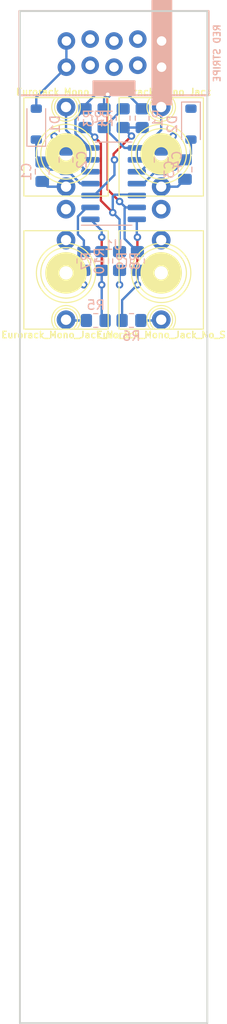
<source format=kicad_pcb>
(kicad_pcb (version 20221018) (generator pcbnew)
  (layers (0 "F.Cu" signal) (1 "In1.Cu" signal) (2 "In2.Cu" signal) (31 "B.Cu" signal) (34 "B.Paste" user) (35 "F.Paste" user) (36 "B.SilkS" user "B.Silkscreen") (37 "F.SilkS" user "F.Silkscreen") (38 "B.Mask" user) (39 "F.Mask" user) (44 "Edge.Cuts" user))
  (net 0 "")
  (net 1 "VCC")
  (net 2 "GND")
  (net 3 "VEE")
  (net 4 "Net-(D1-A)")
  (net 5 "Net-(D2-K)")
  (net 6 "Net-(J2-Tip)")
  (net 7 "Net-(J3-Tip)")
  (net 8 "Net-(J4-Tip)")
  (net 10 "Net-(J5-Tip)")
  (net 12 "Net-(U1A-+)")
  (net 13 "Net-(U1B--)")
  (net 14 "Net-(U1C--)")
  (net 15 "Net-(U1D--)")
  (net 16 "Net-(U1D-+)")
  (net 17 "Net-(R5-Pad1)")
  (net 18 "Net-(R6-Pad1)")
  (net 19 "Net-(U1A--)")
  (footprint "winterbloom:AudioJack_WQP518MA_No_S" (layer "F.Cu") (at 30.48 53.34 180)
    (fp_text reference "J5" hide)
    (fp_text value "Eurorack_Mono_Jack_No_S" (at 0.01 -6.61) (layer "F.SilkS") (effects (font (size 0.7 0.7))))
    (fp_line (start -4.5 -6) (end 4.5 -6) (stroke (width 0.12)) (layer "F.SilkS"))
    (fp_line (start -4.5 4.5) (end -4.5 -6) (stroke (width 0.12)) (layer "F.SilkS"))
    (fp_line (start 4.5 -6) (end 4.5 4.5) (stroke (width 0.12)) (layer "F.SilkS"))
    (fp_line (start 4.5 4.5) (end -4.5 4.5) (stroke (width 0.12)) (layer "F.SilkS"))
    (fp_arc (start 0.699999 -5.999999) (mid 0 -3.779346) (end -0.699999 -5.999999) (stroke (width 0.12)) (layer "F.SilkS"))
    (fp_arc (start 1.149999 -5.999999) (mid 0 -3.476026) (end -1.149999 -5.999999) (stroke (width 0.12)) (layer "F.SilkS"))
    (fp_circle (center 0 0) (end 0.715017 0) (stroke (width 1.5)) (fill none) (layer "F.SilkS"))
    (fp_circle (center 0 0) (end 2.69072 0) (stroke (width 0.127)) (fill none) (layer "F.SilkS"))
    (fp_circle (center 0 0) (end 3.16228 0) (stroke (width 0.127)) (fill none) (layer "F.SilkS"))
    (pad "T" thru_hole circle (at 0 -5 180) (size 2 2) (drill 1.1) (layers "*.Cu" "*.Mask") (net 10 "Net-(J5-Tip)"))
    (pad "TN" thru_hole circle (at 0 3.5 180) (size 2 2) (drill 1.1) (layers "*.Cu" "*.Mask"))
  )
  (footprint "winterbloom:AudioJack_WQP518MA_Compact_S" (layer "F.Cu") (at 30.48 40.64)
    (fp_text reference "J3" hide)
    (fp_text value "Eurorack_Mono_Jack" (at 0.01 -6.61 180) (layer "F.SilkS") (effects (font (size 0.7 0.7))))
    (fp_line (start -4.5 -6) (end 4.5 -6) (stroke (width 0.12)) (layer "F.SilkS"))
    (fp_line (start -4.5 4.5) (end -4.5 -6) (stroke (width 0.12)) (layer "F.SilkS"))
    (fp_line (start 4.5 -6) (end 4.5 4.5) (stroke (width 0.12)) (layer "F.SilkS"))
    (fp_line (start 4.5 4.5) (end -4.5 4.5) (stroke (width 0.12)) (layer "F.SilkS"))
    (fp_arc (start 0.699999 -5.999999) (mid 0 -3.779346) (end -0.699999 -5.999999) (stroke (width 0.12)) (layer "F.SilkS"))
    (fp_arc (start 1.149999 -5.999999) (mid 0 -3.476026) (end -1.149999 -5.999999) (stroke (width 0.12)) (layer "F.SilkS"))
    (fp_circle (center 0 0) (end 0.715017 0) (stroke (width 1.5)) (fill none) (layer "F.SilkS"))
    (fp_circle (center 0 0) (end 2.69072 0) (stroke (width 0.127)) (fill none) (layer "F.SilkS"))
    (fp_circle (center 0 0) (end 3.16228 0) (stroke (width 0.127)) (fill none) (layer "F.SilkS"))
    (pad "S" thru_hole circle (at 0 5.9) (size 2 2) (drill 1.1) (layers "*.Cu" "*.Mask") (net 2 "GND"))
    (pad "T" thru_hole circle (at 0 -5) (size 2 2) (drill 1.1) (layers "*.Cu" "*.Mask") (net 7 "Net-(J3-Tip)"))
    (pad "TN" thru_hole circle (at 0 3.5) (size 2 2) (drill 1.1) (layers "*.Cu" "*.Mask") (net 2 "GND"))
  )
  (footprint "winterbloom:AudioJack_WQP518MA_Compact_S" (layer "F.Cu") (at 20.32 40.64)
    (fp_text reference "J2" hide)
    (fp_text value "Eurorack_Mono_Jack" (at 0.01 -6.61 180) (layer "F.SilkS") (effects (font (size 0.7 0.7))))
    (fp_line (start -4.5 -6) (end 4.5 -6) (stroke (width 0.12)) (layer "F.SilkS"))
    (fp_line (start -4.5 4.5) (end -4.5 -6) (stroke (width 0.12)) (layer "F.SilkS"))
    (fp_line (start 4.5 -6) (end 4.5 4.5) (stroke (width 0.12)) (layer "F.SilkS"))
    (fp_line (start 4.5 4.5) (end -4.5 4.5) (stroke (width 0.12)) (layer "F.SilkS"))
    (fp_arc (start 0.699999 -5.999999) (mid 0 -3.779346) (end -0.699999 -5.999999) (stroke (width 0.12)) (layer "F.SilkS"))
    (fp_arc (start 1.149999 -5.999999) (mid 0 -3.476026) (end -1.149999 -5.999999) (stroke (width 0.12)) (layer "F.SilkS"))
    (fp_circle (center 0 0) (end 0.715017 0) (stroke (width 1.5)) (fill none) (layer "F.SilkS"))
    (fp_circle (center 0 0) (end 2.69072 0) (stroke (width 0.127)) (fill none) (layer "F.SilkS"))
    (fp_circle (center 0 0) (end 3.16228 0) (stroke (width 0.127)) (fill none) (layer "F.SilkS"))
    (pad "S" thru_hole circle (at 0 5.9) (size 2 2) (drill 1.1) (layers "*.Cu" "*.Mask") (net 2 "GND"))
    (pad "T" thru_hole circle (at 0 -5) (size 2 2) (drill 1.1) (layers "*.Cu" "*.Mask") (net 6 "Net-(J2-Tip)"))
    (pad "TN" thru_hole circle (at 0 3.5) (size 2 2) (drill 1.1) (layers "*.Cu" "*.Mask") (net 2 "GND"))
  )
  (footprint "winterbloom:AudioJack_WQP518MA_No_S" (layer "F.Cu") (at 20.32 53.34 180)
    (fp_text reference "J4" hide)
    (fp_text value "Eurorack_Mono_Jack_No_S" (at 0.01 -6.61) (layer "F.SilkS") (effects (font (size 0.7 0.7))))
    (fp_line (start -4.5 -6) (end 4.5 -6) (stroke (width 0.12)) (layer "F.SilkS"))
    (fp_line (start -4.5 4.5) (end -4.5 -6) (stroke (width 0.12)) (layer "F.SilkS"))
    (fp_line (start 4.5 -6) (end 4.5 4.5) (stroke (width 0.12)) (layer "F.SilkS"))
    (fp_line (start 4.5 4.5) (end -4.5 4.5) (stroke (width 0.12)) (layer "F.SilkS"))
    (fp_arc (start 0.699999 -5.999999) (mid 0 -3.779346) (end -0.699999 -5.999999) (stroke (width 0.12)) (layer "F.SilkS"))
    (fp_arc (start 1.149999 -5.999999) (mid 0 -3.476026) (end -1.149999 -5.999999) (stroke (width 0.12)) (layer "F.SilkS"))
    (fp_circle (center 0 0) (end 0.715017 0) (stroke (width 1.5)) (fill none) (layer "F.SilkS"))
    (fp_circle (center 0 0) (end 2.69072 0) (stroke (width 0.127)) (fill none) (layer "F.SilkS"))
    (fp_circle (center 0 0) (end 3.16228 0) (stroke (width 0.127)) (fill none) (layer "F.SilkS"))
    (pad "T" thru_hole circle (at 0 -5 180) (size 2 2) (drill 1.1) (layers "*.Cu" "*.Mask") (net 8 "Net-(J4-Tip)"))
    (pad "TN" thru_hole circle (at 0 3.5 180) (size 2 2) (drill 1.1) (layers "*.Cu" "*.Mask"))
  )
  (footprint "Diode_SMD:D_SOD-123" (layer "B.Cu") (at 33.655 37.465 -90)
    (fp_text reference "D2" (at 0 2 90) (layer "B.SilkS") (effects (justify mirror)))
    (fp_text value "D_Schottky")
    (fp_line (start -2.36 -1) (end 1.65 -1) (stroke (width 0.12)) (layer "B.SilkS"))
    (fp_line (start -2.36 1) (end -2.36 -1) (stroke (width 0.12)) (layer "B.SilkS"))
    (fp_line (start -2.36 1) (end 1.65 1) (stroke (width 0.12)) (layer "B.SilkS"))
    (pad "1" smd roundrect (at -1.65 0 270) (size 0.9 1.2) (layers "B.Cu" "B.Paste" "B.Mask") (net 5 "Net-(D2-K)"))
    (pad "2" smd roundrect (at 1.65 0 270) (size 0.9 1.2) (layers "B.Cu" "B.Paste" "B.Mask") (net 3 "VEE"))
  )
  (footprint "Resistor_SMD:R_0805_2012Metric_Pad1.20x1.40mm_HandSolder" (layer "B.Cu") (at 26.416 36.83 -90)
    (fp_text reference "R2" (at 0 1.65 90) (layer "B.SilkS") (effects (justify mirror)))
    (fp_text value "10k")
    (fp_line (start -0.227064 -0.735) (end 0.227064 -0.735) (stroke (width 0.12)) (layer "B.SilkS"))
    (fp_line (start -0.227064 0.735) (end 0.227064 0.735) (stroke (width 0.12)) (layer "B.SilkS"))
    (pad "1" smd roundrect (at -1 0 270) (size 1.2 1.4) (layers "B.Cu" "B.Paste" "B.Mask") (roundrect_rratio 0.208333) (net 14 "Net-(U1C--)"))
    (pad "2" smd roundrect (at 1 0 270) (size 1.2 1.4) (layers "B.Cu" "B.Paste" "B.Mask") (roundrect_rratio 0.208333) (net 12 "Net-(U1A-+)"))
  )
  (footprint "Capacitor_SMD:C_0805_2012Metric_Pad1.18x1.45mm_HandSolder" (layer "B.Cu") (at 33.02 42.3125 -90)
    (fp_text reference "C3" (at 0 1.68 90) (layer "B.SilkS") (effects (justify mirror)))
    (fp_text value "10uF")
    (fp_line (start -0.261252 -0.735) (end 0.261252 -0.735) (stroke (width 0.12)) (layer "B.SilkS"))
    (fp_line (start -0.261252 0.735) (end 0.261252 0.735) (stroke (width 0.12)) (layer "B.SilkS"))
    (pad "1" smd roundrect (at -1.0375 0 270) (size 1.175 1.45) (layers "B.Cu" "B.Paste" "B.Mask") (roundrect_rratio 0.212766) (net 3 "VEE"))
    (pad "2" smd roundrect (at 1.0375 0 270) (size 1.175 1.45) (layers "B.Cu" "B.Paste" "B.Mask") (roundrect_rratio 0.212766) (net 2 "GND"))
  )
  (footprint "Package_SO:SOIC-14_3.9x8.7mm_P1.27mm" (layer "B.Cu") (at 25.4 43.815)
    (fp_text reference "U1" (at 0 6.55) (layer "B.SilkS") (effects (justify mirror)))
    (fp_text value "OPA4991")
    (fp_line (start 0 -4.435) (end -1.95 -4.435) (stroke (width 0.12)) (layer "B.SilkS"))
    (fp_line (start 0 -4.435) (end 1.95 -4.435) (stroke (width 0.12)) (layer "B.SilkS"))
    (fp_line (start 0 4.435) (end -3.45 4.435) (stroke (width 0.12)) (layer "B.SilkS"))
    (fp_line (start 0 4.435) (end 1.95 4.435) (stroke (width 0.12)) (layer "B.SilkS"))
    (pad "1" smd roundrect (at -2.475 3.81) (size 1.95 0.6) (layers "B.Cu" "B.Paste" "B.Mask") (net 17 "Net-(R5-Pad1)"))
    (pad "2" smd roundrect (at -2.475 2.54) (size 1.95 0.6) (layers "B.Cu" "B.Paste" "B.Mask") (net 19 "Net-(U1A--)"))
    (pad "3" smd roundrect (at -2.475 1.27) (size 1.95 0.6) (layers "B.Cu" "B.Paste" "B.Mask") (net 12 "Net-(U1A-+)"))
    (pad "4" smd roundrect (at -2.475 0) (size 1.95 0.6) (layers "B.Cu" "B.Paste" "B.Mask") (net 1 "VCC"))
    (pad "5" smd roundrect (at -2.475 -1.27) (size 1.95 0.6) (layers "B.Cu" "B.Paste" "B.Mask") (net 6 "Net-(J2-Tip)"))
    (pad "6" smd roundrect (at -2.475 -2.54) (size 1.95 0.6) (layers "B.Cu" "B.Paste" "B.Mask") (net 13 "Net-(U1B--)"))
    (pad "7" smd roundrect (at -2.475 -3.81) (size 1.95 0.6) (layers "B.Cu" "B.Paste" "B.Mask") (net 13 "Net-(U1B--)"))
    (pad "8" smd roundrect (at 2.475 -3.81) (size 1.95 0.6) (layers "B.Cu" "B.Paste" "B.Mask") (net 14 "Net-(U1C--)"))
    (pad "9" smd roundrect (at 2.475 -2.54) (size 1.95 0.6) (layers "B.Cu" "B.Paste" "B.Mask") (net 14 "Net-(U1C--)"))
    (pad "10" smd roundrect (at 2.475 -1.27) (size 1.95 0.6) (layers "B.Cu" "B.Paste" "B.Mask") (net 7 "Net-(J3-Tip)"))
    (pad "11" smd roundrect (at 2.475 0) (size 1.95 0.6) (layers "B.Cu" "B.Paste" "B.Mask") (net 3 "VEE"))
    (pad "12" smd roundrect (at 2.475 1.27) (size 1.95 0.6) (layers "B.Cu" "B.Paste" "B.Mask") (net 16 "Net-(U1D-+)"))
    (pad "13" smd roundrect (at 2.475 2.54) (size 1.95 0.6) (layers "B.Cu" "B.Paste" "B.Mask") (net 15 "Net-(U1D--)"))
    (pad "14" smd roundrect (at 2.475 3.81) (size 1.95 0.6) (layers "B.Cu" "B.Paste" "B.Mask") (net 18 "Net-(R6-Pad1)"))
  )
  (footprint "Resistor_SMD:R_0805_2012Metric_Pad1.20x1.40mm_HandSolder" (layer "B.Cu") (at 24.384 36.83 -90)
    (fp_text reference "R3" (at 0 1.65 90) (layer "B.SilkS") (effects (justify mirror)))
    (fp_text value "10k")
    (fp_line (start -0.227064 -0.735) (end 0.227064 -0.735) (stroke (width 0.12)) (layer "B.SilkS"))
    (fp_line (start -0.227064 0.735) (end 0.227064 0.735) (stroke (width 0.12)) (layer "B.SilkS"))
    (pad "1" smd roundrect (at -1 0 270) (size 1.2 1.4) (layers "B.Cu" "B.Paste" "B.Mask") (roundrect_rratio 0.208333) (net 15 "Net-(U1D--)"))
    (pad "2" smd roundrect (at 1 0 270) (size 1.2 1.4) (layers "B.Cu" "B.Paste" "B.Mask") (roundrect_rratio 0.208333) (net 14 "Net-(U1C--)"))
  )
  (footprint "Resistor_SMD:R_0805_2012Metric_Pad1.20x1.40mm_HandSolder" (layer "B.Cu") (at 26.035 52.07 90)
    (fp_text reference "R8" (at 0 1.65 90) (layer "B.SilkS") (effects (justify mirror)))
    (fp_text value "10k")
    (fp_line (start -0.227064 -0.735) (end 0.227064 -0.735) (stroke (width 0.12)) (layer "B.SilkS"))
    (fp_line (start -0.227064 0.735) (end 0.227064 0.735) (stroke (width 0.12)) (layer "B.SilkS"))
    (pad "1" smd roundrect (at -1 0 90) (size 1.2 1.4) (layers "B.Cu" "B.Paste" "B.Mask") (roundrect_rratio 0.208333) (net 2 "GND"))
    (pad "2" smd roundrect (at 1 0 90) (size 1.2 1.4) (layers "B.Cu" "B.Paste" "B.Mask") (roundrect_rratio 0.208333) (net 16 "Net-(U1D-+)"))
  )
  (footprint "Capacitor_SMD:C_0805_2012Metric_Pad1.18x1.45mm_HandSolder" (layer "B.Cu") (at 30.48 41.275 90)
    (fp_text reference "C4" (at 0 1.68 90) (layer "B.SilkS") (effects (justify mirror)))
    (fp_text value "100nF")
    (fp_line (start -0.261252 -0.735) (end 0.261252 -0.735) (stroke (width 0.12)) (layer "B.SilkS"))
    (fp_line (start -0.261252 0.735) (end 0.261252 0.735) (stroke (width 0.12)) (layer "B.SilkS"))
    (pad "1" smd roundrect (at -1.0375 0 90) (size 1.175 1.45) (layers "B.Cu" "B.Paste" "B.Mask") (roundrect_rratio 0.212766) (net 3 "VEE"))
    (pad "2" smd roundrect (at 1.0375 0 90) (size 1.175 1.45) (layers "B.Cu" "B.Paste" "B.Mask") (roundrect_rratio 0.212766) (net 2 "GND"))
  )
  (footprint "Resistor_SMD:R_0805_2012Metric_Pad1.20x1.40mm_HandSolder" (layer "B.Cu") (at 24.13 52.07 -90)
    (fp_text reference "R7" (at 0 1.65 90) (layer "B.SilkS") (effects (justify mirror)))
    (fp_text value "10k")
    (fp_line (start -0.227064 -0.735) (end 0.227064 -0.735) (stroke (width 0.12)) (layer "B.SilkS"))
    (fp_line (start -0.227064 0.735) (end 0.227064 0.735) (stroke (width 0.12)) (layer "B.SilkS"))
    (pad "1" smd roundrect (at -1 0 270) (size 1.2 1.4) (layers "B.Cu" "B.Paste" "B.Mask") (roundrect_rratio 0.208333) (net 19 "Net-(U1A--)"))
    (pad "2" smd roundrect (at 1 0 270) (size 1.2 1.4) (layers "B.Cu" "B.Paste" "B.Mask") (roundrect_rratio 0.208333) (net 17 "Net-(R5-Pad1)"))
  )
  (footprint "Resistor_SMD:R_0805_2012Metric_Pad1.20x1.40mm_HandSolder" (layer "B.Cu") (at 22.352 36.83 90)
    (fp_text reference "R4" (at 0 1.65 90) (layer "B.SilkS") (effects (justify mirror)))
    (fp_text value "10k")
    (fp_line (start -0.227064 -0.735) (end 0.227064 -0.735) (stroke (width 0.12)) (layer "B.SilkS"))
    (fp_line (start -0.227064 0.735) (end 0.227064 0.735) (stroke (width 0.12)) (layer "B.SilkS"))
    (pad "1" smd roundrect (at -1 0 90) (size 1.2 1.4) (layers "B.Cu" "B.Paste" "B.Mask") (roundrect_rratio 0.208333) (net 16 "Net-(U1D-+)"))
    (pad "2" smd roundrect (at 1 0 90) (size 1.2 1.4) (layers "B.Cu" "B.Paste" "B.Mask") (roundrect_rratio 0.208333) (net 13 "Net-(U1B--)"))
  )
  (footprint "Capacitor_SMD:C_0805_2012Metric_Pad1.18x1.45mm_HandSolder" (layer "B.Cu") (at 17.78 42.545 -90)
    (fp_text reference "C1" (at 0 1.68 90) (layer "B.SilkS") (effects (justify mirror)))
    (fp_text value "10uF")
    (fp_line (start -0.261252 -0.735) (end 0.261252 -0.735) (stroke (width 0.12)) (layer "B.SilkS"))
    (fp_line (start -0.261252 0.735) (end 0.261252 0.735) (stroke (width 0.12)) (layer "B.SilkS"))
    (pad "1" smd roundrect (at -1.0375 0 270) (size 1.175 1.45) (layers "B.Cu" "B.Paste" "B.Mask") (roundrect_rratio 0.212766) (net 1 "VCC"))
    (pad "2" smd roundrect (at 1.0375 0 270) (size 1.175 1.45) (layers "B.Cu" "B.Paste" "B.Mask") (roundrect_rratio 0.212766) (net 2 "GND"))
  )
  (footprint "Resistor_SMD:R_0805_2012Metric_Pad1.20x1.40mm_HandSolder" (layer "B.Cu") (at 23.495 58.42 180)
    (fp_text reference "R5" (at 0 1.65) (layer "B.SilkS") (effects (justify mirror)))
    (fp_text value "51")
    (fp_line (start -0.227064 -0.735) (end 0.227064 -0.735) (stroke (width 0.12)) (layer "B.SilkS"))
    (fp_line (start -0.227064 0.735) (end 0.227064 0.735) (stroke (width 0.12)) (layer "B.SilkS"))
    (pad "1" smd roundrect (at -1 0 180) (size 1.2 1.4) (layers "B.Cu" "B.Paste" "B.Mask") (roundrect_rratio 0.208333) (net 17 "Net-(R5-Pad1)"))
    (pad "2" smd roundrect (at 1 0 180) (size 1.2 1.4) (layers "B.Cu" "B.Paste" "B.Mask") (roundrect_rratio 0.208333) (net 8 "Net-(J4-Tip)"))
  )
  (footprint "Resistor_SMD:R_0805_2012Metric_Pad1.20x1.40mm_HandSolder" (layer "B.Cu") (at 28.448 36.83 90)
    (fp_text reference "R1" (at 0 1.65 90) (layer "B.SilkS") (effects (justify mirror)))
    (fp_text value "10k")
    (fp_line (start -0.227064 -0.735) (end 0.227064 -0.735) (stroke (width 0.12)) (layer "B.SilkS"))
    (fp_line (start -0.227064 0.735) (end 0.227064 0.735) (stroke (width 0.12)) (layer "B.SilkS"))
    (pad "1" smd roundrect (at -1 0 90) (size 1.2 1.4) (layers "B.Cu" "B.Paste" "B.Mask") (roundrect_rratio 0.208333) (net 12 "Net-(U1A-+)"))
    (pad "2" smd roundrect (at 1 0 90) (size 1.2 1.4) (layers "B.Cu" "B.Paste" "B.Mask") (roundrect_rratio 0.208333) (net 13 "Net-(U1B--)"))
  )
  (footprint "Resistor_SMD:R_0805_2012Metric_Pad1.20x1.40mm_HandSolder" (layer "B.Cu") (at 27.94 52.07 -90)
    (fp_text reference "R9" (at 0 1.65 90) (layer "B.SilkS") (effects (justify mirror)))
    (fp_text value "10k")
    (fp_line (start -0.227064 -0.735) (end 0.227064 -0.735) (stroke (width 0.12)) (layer "B.SilkS"))
    (fp_line (start -0.227064 0.735) (end 0.227064 0.735) (stroke (width 0.12)) (layer "B.SilkS"))
    (pad "1" smd roundrect (at -1 0 270) (size 1.2 1.4) (layers "B.Cu" "B.Paste" "B.Mask") (roundrect_rratio 0.208333) (net 15 "Net-(U1D--)"))
    (pad "2" smd roundrect (at 1 0 270) (size 1.2 1.4) (layers "B.Cu" "B.Paste" "B.Mask") (roundrect_rratio 0.208333) (net 18 "Net-(R6-Pad1)"))
  )
  (footprint "Resistor_SMD:R_0805_2012Metric_Pad1.20x1.40mm_HandSolder" (layer "B.Cu") (at 22.225 52.07 90)
    (fp_text reference "R10" (at 0 1.65 90) (layer "B.SilkS") (effects (justify mirror)))
    (fp_text value "10k")
    (fp_line (start -0.227064 -0.735) (end 0.227064 -0.735) (stroke (width 0.12)) (layer "B.SilkS"))
    (fp_line (start -0.227064 0.735) (end 0.227064 0.735) (stroke (width 0.12)) (layer "B.SilkS"))
    (pad "1" smd roundrect (at -1 0 90) (size 1.2 1.4) (layers "B.Cu" "B.Paste" "B.Mask") (roundrect_rratio 0.208333) (net 2 "GND"))
    (pad "2" smd roundrect (at 1 0 90) (size 1.2 1.4) (layers "B.Cu" "B.Paste" "B.Mask") (roundrect_rratio 0.208333) (net 19 "Net-(U1A--)"))
  )
  (footprint "Capacitor_SMD:C_0805_2012Metric_Pad1.18x1.45mm_HandSolder" (layer "B.Cu") (at 20.32 41.275 90)
    (fp_text reference "C2" (at 0 1.68 90) (layer "B.SilkS") (effects (justify mirror)))
    (fp_text value "100nF")
    (fp_line (start -0.261252 -0.735) (end 0.261252 -0.735) (stroke (width 0.12)) (layer "B.SilkS"))
    (fp_line (start -0.261252 0.735) (end 0.261252 0.735) (stroke (width 0.12)) (layer "B.SilkS"))
    (pad "1" smd roundrect (at -1.0375 0 90) (size 1.175 1.45) (layers "B.Cu" "B.Paste" "B.Mask") (roundrect_rratio 0.212766) (net 1 "VCC"))
    (pad "2" smd roundrect (at 1.0375 0 90) (size 1.175 1.45) (layers "B.Cu" "B.Paste" "B.Mask") (roundrect_rratio 0.212766) (net 2 "GND"))
  )
  (footprint "winterbloom:Eurorack_Power_2x5_Shrouded_Lock" (layer "B.Cu") (at 30.52 31.287025 180)
    (fp_text reference "J1" hide)
    (fp_text value "Eurorack_Power" hide)
    (fp_text user "RED STRIPE" (at -5.92 1.387 90) (layer "B.SilkS") (effects (font (size 0.7 0.7)) (justify mirror)))
    (fp_line (start -5.01904 -3.10134) (end -5.01904 5.79628) (stroke (width 0.2032)) (layer "B.SilkS"))
    (fp_line (start -5.01904 5.89534) (end 15.17904 5.89534) (stroke (width 0.2032)) (layer "B.SilkS"))
    (fp_line (start 2.88036 -3.10134) (end -5.01904 -3.10134) (stroke (width 0.2032)) (layer "B.SilkS"))
    (fp_line (start 2.88036 -3.10134) (end 2.88036 -1.60274) (stroke (width 0.2032)) (layer "B.SilkS"))
    (fp_line (start 2.88036 -1.60274) (end 7.27964 -1.60274) (stroke (width 0.2032)) (layer "B.SilkS"))
    (fp_line (start 7.27964 -3.10134) (end 2.88036 -3.10134) (stroke (width 0.2032)) (layer "B.SilkS"))
    (fp_line (start 7.27964 -1.60274) (end 7.27964 -3.10134) (stroke (width 0.2032)) (layer "B.SilkS"))
    (fp_line (start 15.17904 -3.10134) (end 7.27964 -3.10134) (stroke (width 0.2032)) (layer "B.SilkS"))
    (fp_line (start 15.17904 5.89534) (end 15.17904 -3.10134) (stroke (width 0.2032)) (layer "B.SilkS"))
    (fp_rect (start -1.08 7.007) (end 1.02 -4.122951) (stroke (width 0.12)) (fill solid) (layer "B.SilkS"))
    (fp_rect (start 2.88036 -1.60274) (end 7.27964 -3.10134) (stroke (width 0.12)) (fill solid) (layer "B.SilkS"))
    (pad "1" thru_hole circle (at 0 -0.1016 90) (size 1.8796 1.8796) (drill 1.016) (layers "*.Cu" "*.Mask") (net 5 "Net-(D2-K)"))
    (pad "2" thru_hole circle (at 0 2.6924 90) (size 1.8796 1.8796) (drill 1.016) (layers "*.Cu" "*.Mask") (net 5 "Net-(D2-K)"))
    (pad "3" thru_hole circle (at 2.54 0.1016 90) (size 1.8796 1.8796) (drill 1.016) (layers "*.Cu" "*.Mask") (net 2 "GND"))
    (pad "4" thru_hole circle (at 2.54 2.8956 90) (size 1.8796 1.8796) (drill 1.016) (layers "*.Cu" "*.Mask") (net 2 "GND"))
    (pad "5" thru_hole circle (at 5.08 -0.1016 90) (size 1.8796 1.8796) (drill 1.016) (layers "*.Cu" "*.Mask") (net 2 "GND"))
    (pad "6" thru_hole circle (at 5.08 2.6924 90) (size 1.8796 1.8796) (drill 1.016) (layers "*.Cu" "*.Mask") (net 2 "GND"))
    (pad "7" thru_hole circle (at 7.62 0.1016 90) (size 1.8796 1.8796) (drill 1.016) (layers "*.Cu" "*.Mask") (net 2 "GND"))
    (pad "8" thru_hole circle (at 7.62 2.8956 90) (size 1.8796 1.8796) (drill 1.016) (layers "*.Cu" "*.Mask") (net 2 "GND"))
    (pad "9" thru_hole circle (at 10.16 -0.1016 90) (size 1.8796 1.8796) (drill 1.016) (layers "*.Cu" "*.Mask") (net 4 "Net-(D1-A)"))
    (pad "10" thru_hole circle (at 10.16 2.6924 90) (size 1.8796 1.8796) (drill 1.016) (layers "*.Cu" "*.Mask") (net 4 "Net-(D1-A)"))
  )
  (footprint "Resistor_SMD:R_0805_2012Metric_Pad1.20x1.40mm_HandSolder" (layer "B.Cu") (at 27.305 58.42)
    (fp_text reference "R6" (at 0 1.65) (layer "B.SilkS") (effects (justify mirror)))
    (fp_text value "51")
    (fp_line (start -0.227064 -0.735) (end 0.227064 -0.735) (stroke (width 0.12)) (layer "B.SilkS"))
    (fp_line (start -0.227064 0.735) (end 0.227064 0.735) (stroke (width 0.12)) (layer "B.SilkS"))
    (pad "1" smd roundrect (at -1 0) (size 1.2 1.4) (layers "B.Cu" "B.Paste" "B.Mask") (roundrect_rratio 0.208333) (net 18 "Net-(R6-Pad1)"))
    (pad "2" smd roundrect (at 1 0) (size 1.2 1.4) (layers "B.Cu" "B.Paste" "B.Mask") (roundrect_rratio 0.208333) (net 10 "Net-(J5-Tip)"))
  )
  (footprint "Diode_SMD:D_SOD-123" (layer "B.Cu") (at 17.145 37.465 90)
    (fp_text reference "D1" (at 0 2 90) (layer "B.SilkS") (effects (justify mirror)))
    (fp_text value "D_Schottky")
    (fp_line (start -2.36 -1) (end 1.65 -1) (stroke (width 0.12)) (layer "B.SilkS"))
    (fp_line (start -2.36 1) (end -2.36 -1) (stroke (width 0.12)) (layer "B.SilkS"))
    (fp_line (start -2.36 1) (end 1.65 1) (stroke (width 0.12)) (layer "B.SilkS"))
    (pad "1" smd roundrect (at -1.65 0 90) (size 0.9 1.2) (layers "B.Cu" "B.Paste" "B.Mask") (net 1 "VCC"))
    (pad "2" smd roundrect (at 1.65 0 90) (size 0.9 1.2) (layers "B.Cu" "B.Paste" "B.Mask") (net 4 "Net-(D1-A)"))
  )
  (gr_rect (start 15.4 25.4) (end 35.4 133.4) (stroke (width 0.2)) (fill none) (layer "Edge.Cuts"))
  (segment (start 20.32 42.3125) (end 18.585 42.3125) (width 0.25) (layer "B.Cu") (net 1))
  (segment (start 21.868833 43.815) (end 20.366333 42.3125) (width 0.25) (layer "B.Cu") (net 1))
  (segment (start 17.145 39.115) (end 17.145 40.8725) (width 0.25) (layer "B.Cu") (net 1))
  (segment (start 17.145 40.8725) (end 17.78 41.5075) (width 0.25) (layer "B.Cu") (net 1))
  (segment (start 18.585 42.3125) (end 17.78 41.5075) (width 0.25) (layer "B.Cu") (net 1))
  (segment (start 22.925 43.815) (end 21.868833 43.815) (width 0.25) (layer "B.Cu") (net 1))
  (via (at 31.75 38.735) (size 0.8) (drill 0.4) (layers "F.Cu" "B.Cu") (net 2))
  (via (at 22.225 54.61) (size 0.8) (drill 0.4) (layers "F.Cu" "B.Cu") (net 2))
  (via (at 26.035 54.61) (size 0.8) (drill 0.4) (layers "F.Cu" "B.Cu") (net 2))
  (via (at 19.05 38.735) (size 0.8) (drill 0.4) (layers "F.Cu" "B.Cu") (net 2))
  (segment (start 33.02 43.35) (end 32.23 44.14) (width 0.25) (layer "B.Cu") (net 2))
  (segment (start 18.3375 44.14) (end 20.32 44.14) (width 0.25) (layer "B.Cu") (net 2))
  (segment (start 20.32 40.2375) (end 19.05 38.9675) (width 0.25) (layer "B.Cu") (net 2))
  (segment (start 22.225 53.07) (end 22.225 54.61) (width 0.25) (layer "B.Cu") (net 2))
  (segment (start 32.23 44.14) (end 30.48 44.14) (width 0.25) (layer "B.Cu") (net 2))
  (segment (start 30.48 40.005) (end 31.75 38.735) (width 0.25) (layer "B.Cu") (net 2))
  (segment (start 17.78 43.5825) (end 18.3375 44.14) (width 0.25) (layer "B.Cu") (net 2))
  (segment (start 19.05 38.9675) (end 19.05 38.735) (width 0.25) (layer "B.Cu") (net 2))
  (segment (start 26.035 53.07) (end 26.035 54.61) (width 0.25) (layer "B.Cu") (net 2))
  (segment (start 33.655 39.115) (end 33.655 40.64) (width 0.25) (layer "B.Cu") (net 3))
  (segment (start 28.575 43.815) (end 30.48 41.91) (width 0.25) (layer "B.Cu") (net 3))
  (segment (start 30.48 42.3125) (end 31.9825 42.3125) (width 0.25) (layer "B.Cu") (net 3))
  (segment (start 33.655 40.64) (end 33.02 41.275) (width 0.25) (layer "B.Cu") (net 3))
  (segment (start 31.9825 42.3125) (end 33.02 41.275) (width 0.25) (layer "B.Cu") (net 3))
  (segment (start 17.145 35.815) (end 17.145 34.603625) (width 0.25) (layer "B.Cu") (net 4))
  (segment (start 20.36 31.388625) (end 20.36 28.594625) (width 0.25) (layer "B.Cu") (net 4))
  (segment (start 17.145 34.603625) (end 20.36 31.388625) (width 0.25) (layer "B.Cu") (net 4))
  (segment (start 30.52 28.594625) (end 30.52 31.388625) (width 0.25) (layer "B.Cu") (net 5))
  (segment (start 22.548249 42.545) (end 21.37 41.366751) (width 0.25) (layer "B.Cu") (net 6))
  (segment (start 20.32 38.1) (end 20.32 35.64) (width 0.25) (layer "B.Cu") (net 6))
  (segment (start 21.37 39.15) (end 20.32 38.1) (width 0.25) (layer "B.Cu") (net 6))
  (segment (start 21.37 41.366751) (end 21.37 39.15) (width 0.25) (layer "B.Cu") (net 6))
  (segment (start 29.43 39.15) (end 30.48 38.1) (width 0.25) (layer "B.Cu") (net 7))
  (segment (start 28.251751 42.545) (end 29.43 41.366751) (width 0.25) (layer "B.Cu") (net 7))
  (segment (start 29.43 41.366751) (end 29.43 39.15) (width 0.25) (layer "B.Cu") (net 7))
  (segment (start 30.48 38.1) (end 30.48 35.64) (width 0.25) (layer "B.Cu") (net 7))
  (segment (start 22.495 58.42) (end 20.4 58.42) (width 0.25) (layer "B.Cu") (net 8))
  (segment (start 28.305 58.42) (end 30.4 58.42) (width 0.25) (layer "B.Cu") (net 10))
  (segment (start 25.4 41.275) (end 25.4895 41.275) (width 0.25) (layer "F.Cu") (net 12))
  (segment (start 25.4 40.64) (end 25.4 41.275) (width 0.25) (layer "F.Cu") (net 12))
  (segment (start 27.305 38.735) (end 25.4 40.64) (width 0.25) (layer "F.Cu") (net 12))
  (via (at 25.4895 41.275) (size 0.8) (drill 0.4) (layers "F.Cu" "B.Cu") (net 12))
  (via (at 27.305 38.735) (size 0.8) (drill 0.4) (layers "F.Cu" "B.Cu") (net 12))
  (segment (start 26.416 37.83) (end 28.448 37.83) (width 0.25) (layer "B.Cu") (net 12))
  (segment (start 26.416 37.846) (end 27.305 38.735) (width 0.25) (layer "B.Cu") (net 12))
  (segment (start 25.4895 42.897251) (end 23.301751 45.085) (width 0.25) (layer "B.Cu") (net 12))
  (segment (start 25.4895 41.275) (end 25.4895 42.897251) (width 0.25) (layer "B.Cu") (net 12))
  (segment (start 22.352 35.433) (end 24.22 33.565) (width 0.25) (layer "B.Cu") (net 13))
  (segment (start 22.861396 40.005) (end 21.327 38.470604) (width 0.25) (layer "B.Cu") (net 13))
  (segment (start 21.327 38.470604) (end 21.327 36.855) (width 0.25) (layer "B.Cu") (net 13))
  (segment (start 26.183 33.565) (end 28.448 35.83) (width 0.25) (layer "B.Cu") (net 13))
  (segment (start 21.327 36.855) (end 22.352 35.83) (width 0.25) (layer "B.Cu") (net 13))
  (segment (start 22.925 41.275) (end 22.925 40.005) (width 0.25) (layer "B.Cu") (net 13))
  (segment (start 24.22 33.565) (end 26.183 33.565) (width 0.25) (layer "B.Cu") (net 13))
  (segment (start 26.559 40.005) (end 24.384 37.83) (width 0.25) (layer "B.Cu") (net 14))
  (segment (start 27.875 40.005) (end 26.559 40.005) (width 0.25) (layer "B.Cu") (net 14))
  (segment (start 26.384 35.83) (end 24.384 37.83) (width 0.25) (layer "B.Cu") (net 14))
  (segment (start 27.875 40.005) (end 27.875 41.275) (width 0.25) (layer "B.Cu") (net 14))
  (segment (start 26.035 45.72) (end 24.765 44.45) (width 0.25) (layer "F.Cu") (net 15))
  (segment (start 24.765 34.29) (end 24.765 44.45) (width 0.25) (layer "F.Cu") (net 15))
  (via (at 26.035 45.72) (size 0.8) (drill 0.4) (layers "F.Cu" "B.Cu") (net 15))
  (via (at 24.765 34.29) (size 0.8) (drill 0.4) (layers "F.Cu" "B.Cu") (net 15))
  (segment (start 26.67 46.355) (end 26.035 45.72) (width 0.25) (layer "B.Cu") (net 15))
  (segment (start 26.575 46.45) (end 26.67 46.355) (width 0.25) (layer "B.Cu") (net 15))
  (segment (start 27.94 51.07) (end 26.575 49.705) (width 0.25) (layer "B.Cu") (net 15))
  (segment (start 24.384 34.671) (end 24.765 34.29) (width 0.25) (layer "B.Cu") (net 15))
  (segment (start 26.575 49.705) (end 26.575 46.45) (width 0.25) (layer "B.Cu") (net 15))
  (segment (start 27.875 46.355) (end 26.67 46.355) (width 0.25) (layer "B.Cu") (net 15))
  (segment (start 24.384 35.83) (end 24.384 34.671) (width 0.25) (layer "B.Cu") (net 15))
  (segment (start 24.0405 45.6305) (end 25.31 46.9) (width 0.25) (layer "F.Cu") (net 16))
  (segment (start 23.376 38.854) (end 24.0405 39.5185) (width 0.25) (layer "F.Cu") (net 16))
  (segment (start 24.0405 39.5185) (end 24.0405 45.6305) (width 0.25) (layer "F.Cu") (net 16))
  (via (at 25.31 46.9) (size 0.8) (drill 0.4) (layers "F.Cu" "B.Cu") (net 16))
  (via (at 23.376 38.854) (size 0.8) (drill 0.4) (layers "F.Cu" "B.Cu") (net 16))
  (segment (start 26.035 51.07) (end 26.035 47.625) (width 0.25) (layer "B.Cu") (net 16))
  (segment (start 25.31 45.175) (end 25.49 44.995) (width 0.25) (layer "B.Cu") (net 16))
  (segment (start 25.31 46.9) (end 25.31 45.175) (width 0.25) (layer "B.Cu") (net 16))
  (segment (start 23.376 38.854) (end 22.352 37.83) (width 0.25) (layer "B.Cu") (net 16))
  (segment (start 25.49 44.995) (end 27.785 44.995) (width 0.25) (layer "B.Cu") (net 16))
  (segment (start 26.035 47.625) (end 25.31 46.9) (width 0.25) (layer "B.Cu") (net 16))
  (segment (start 24.13 54.61) (end 24.13 49.53) (width 0.25) (layer "F.Cu") (net 17))
  (via (at 24.13 54.61) (size 0.8) (drill 0.4) (layers "F.Cu" "B.Cu") (net 17))
  (via (at 24.13 49.53) (size 0.8) (drill 0.4) (layers "F.Cu" "B.Cu") (net 17))
  (segment (start 24.13 49.53) (end 24.13 48.83) (width 0.25) (layer "B.Cu") (net 17))
  (segment (start 24.13 58.055) (end 24.13 53.07) (width 0.25) (layer "B.Cu") (net 17))
  (segment (start 24.13 48.83) (end 22.925 47.625) (width 0.25) (layer "B.Cu") (net 17))
  (segment (start 27.94 49.53) (end 27.94 54.61) (width 0.25) (layer "F.Cu") (net 18))
  (via (at 27.94 49.53) (size 0.8) (drill 0.4) (layers "F.Cu" "B.Cu") (net 18))
  (via (at 27.94 54.61) (size 0.8) (drill 0.4) (layers "F.Cu" "B.Cu") (net 18))
  (segment (start 27.875 47.625) (end 27.875 49.465) (width 0.25) (layer "B.Cu") (net 18))
  (segment (start 27.94 54.61) (end 27.94 53.07) (width 0.25) (layer "B.Cu") (net 18))
  (segment (start 27.94 54.61) (end 26.305 56.245) (width 0.25) (layer "B.Cu") (net 18))
  (segment (start 26.305 56.245) (end 26.305 58.42) (width 0.25) (layer "B.Cu") (net 18))
  (segment (start 27.875 49.465) (end 27.94 49.53) (width 0.25) (layer "B.Cu") (net 18))
  (segment (start 24.13 51.07) (end 22.225 51.07) (width 0.25) (layer "B.Cu") (net 19))
  (segment (start 21.59 47.313249) (end 22.548249 46.355) (width 0.25) (layer "B.Cu") (net 19))
  (segment (start 21.59 49.236167) (end 21.59 47.313249) (width 0.25) (layer "B.Cu") (net 19))
  (segment (start 22.225 51.07) (end 22.225 49.871167) (width 0.25) (layer "B.Cu") (net 19))
  (segment (start 22.225 49.871167) (end 21.59 49.236167) (width 0.25) (layer "B.Cu") (net 19))
)
</source>
